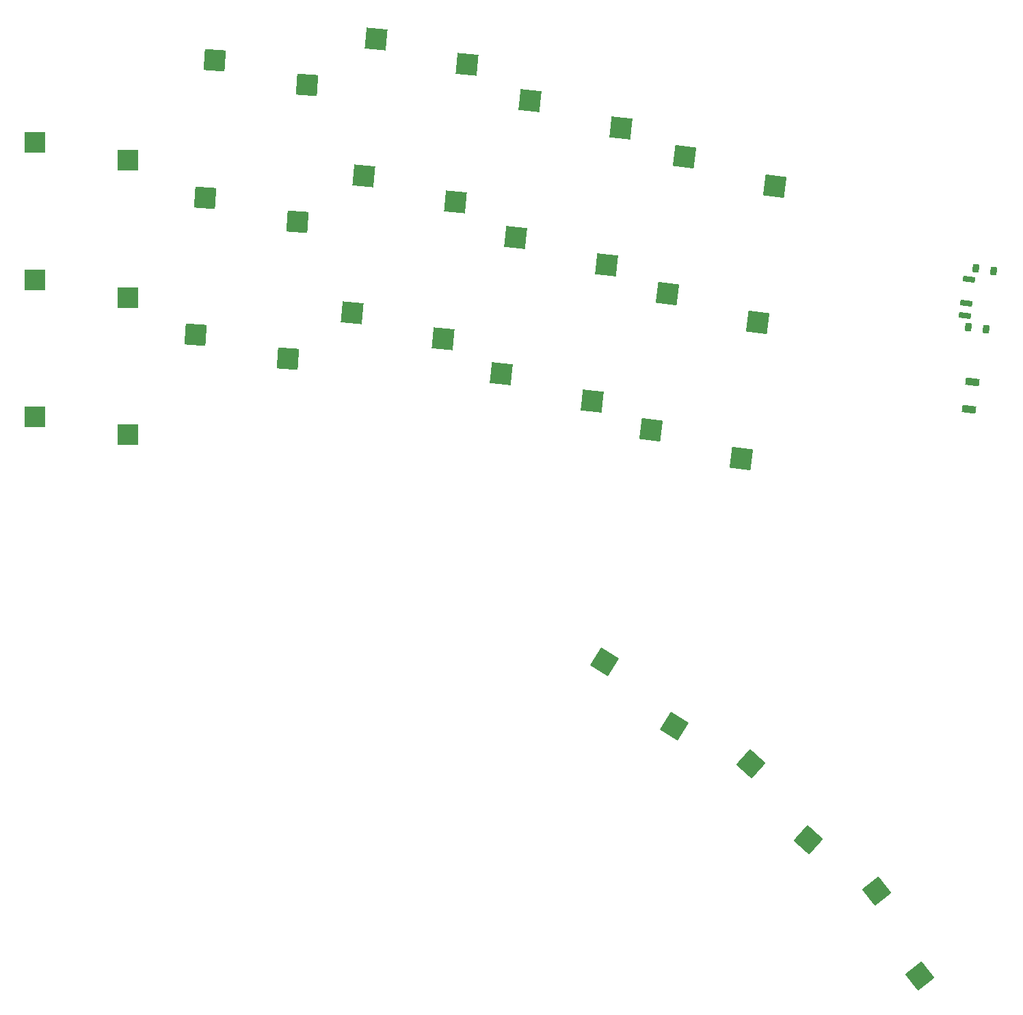
<source format=gbr>
%TF.GenerationSoftware,KiCad,Pcbnew,(6.0.10)*%
%TF.CreationDate,2022-12-29T01:24:58+02:00*%
%TF.ProjectId,fudim,66756469-6d2e-46b6-9963-61645f706362,v1.0.0*%
%TF.SameCoordinates,Original*%
%TF.FileFunction,Paste,Bot*%
%TF.FilePolarity,Positive*%
%FSLAX46Y46*%
G04 Gerber Fmt 4.6, Leading zero omitted, Abs format (unit mm)*
G04 Created by KiCad (PCBNEW (6.0.10)) date 2022-12-29 01:24:58*
%MOMM*%
%LPD*%
G01*
G04 APERTURE LIST*
G04 Aperture macros list*
%AMRotRect*
0 Rectangle, with rotation*
0 The origin of the aperture is its center*
0 $1 length*
0 $2 width*
0 $3 Rotation angle, in degrees counterclockwise*
0 Add horizontal line*
21,1,$1,$2,0,0,$3*%
G04 Aperture macros list end*
%ADD10RotRect,2.600000X2.600000X318.000000*%
%ADD11RotRect,2.600000X2.600000X308.000000*%
%ADD12RotRect,2.600000X2.600000X353.000000*%
%ADD13RotRect,2.600000X2.600000X354.000000*%
%ADD14RotRect,0.900000X1.700000X263.000000*%
%ADD15R,2.600000X2.600000*%
%ADD16RotRect,2.600000X2.600000X356.000000*%
%ADD17RotRect,2.600000X2.600000X355.000000*%
%ADD18RotRect,1.000000X0.800000X83.000000*%
%ADD19RotRect,0.700000X1.500000X83.000000*%
%ADD20RotRect,2.600000X2.600000X328.000000*%
G04 APERTURE END LIST*
D10*
%TO.C,S33*%
X103400637Y-36966000D03*
X110511872Y-46329377D03*
%TD*%
D11*
%TO.C,S35*%
X118927089Y-52724596D03*
X124304355Y-63180575D03*
%TD*%
D12*
%TO.C,S27*%
X93057094Y21251162D03*
X104252889Y17659969D03*
%TD*%
D13*
%TO.C,S23*%
X76056360Y45105236D03*
X87313125Y41709984D03*
%TD*%
D14*
%TO.C,*%
X130781388Y10322264D03*
X130367032Y6947608D03*
%TD*%
D12*
%TO.C,S29*%
X95128873Y38124447D03*
X106324668Y34533254D03*
%TD*%
D15*
%TO.C,S5*%
X14725000Y39950000D03*
X26275000Y37750000D03*
%TD*%
D16*
%TO.C,S9*%
X35833889Y33122548D03*
X47202289Y30122219D03*
%TD*%
D15*
%TO.C,S1*%
X14725000Y5950000D03*
X26275000Y3750000D03*
%TD*%
D16*
%TO.C,S11*%
X37019749Y50081137D03*
X48388149Y47080808D03*
%TD*%
D17*
%TO.C,S17*%
X56952077Y52748297D03*
X68266383Y49550019D03*
%TD*%
D18*
%TO.C,*%
X131211006Y24324277D03*
X132514887Y16809358D03*
X130321360Y17078690D03*
X133404533Y24054945D03*
D19*
X130395234Y23013927D03*
X130029626Y20036289D03*
X129846822Y18547469D03*
%TD*%
D20*
%TO.C,S31*%
X85267632Y-24312560D03*
X93896765Y-32298834D03*
%TD*%
D16*
%TO.C,S7*%
X34648029Y16163959D03*
X46016429Y13163630D03*
%TD*%
D17*
%TO.C,S15*%
X55470429Y35812987D03*
X66784735Y32614709D03*
%TD*%
D13*
%TO.C,S21*%
X74279377Y28198364D03*
X85536142Y24803112D03*
%TD*%
D15*
%TO.C,S3*%
X14725000Y22950000D03*
X26275000Y20750000D03*
%TD*%
D17*
%TO.C,S13*%
X53988782Y18877677D03*
X65303088Y15679399D03*
%TD*%
D13*
%TO.C,S19*%
X72502393Y11291492D03*
X83759158Y7896240D03*
%TD*%
D12*
%TO.C,S25*%
X90985315Y4377878D03*
X102181110Y786685D03*
%TD*%
M02*

</source>
